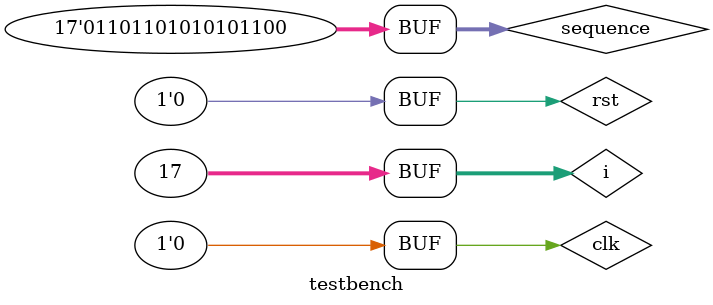
<source format=v>
`include "fsm_mealey.v"
module testbench;
reg clk, rst, inp;
wire outp;
reg[0:16] sequence;
integer i;
mealy_pattern mp(inp,clk,rst,outp);
initial
begin
clk = 0;
rst = 1;
sequence = 17'b01_10110_1010_10110_0;
#5 rst = 0;
for( i = 0; i <= 16; i = i + 1)
begin
inp = sequence[i];
#2 clk = 1;
#2 clk = 0;
$display("State = ", mp.state, " Input = ", inp, ", Output = ", outp);
end
testing;
end
task testing;
for( i = 0; i <= 16; i = i + 1)
begin
inp = $random % 2;
#2 clk = 1;
#2 clk = 0;
$display("State = ", mp.state, " Input = ", inp, ", Output = ", outp);
end
endtask
endmodule
</source>
